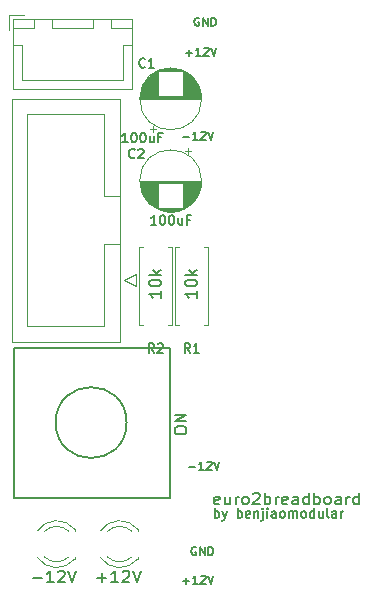
<source format=gbr>
%TF.GenerationSoftware,KiCad,Pcbnew,5.1.9+dfsg1-1~bpo10+1*%
%TF.CreationDate,2022-02-19T16:25:08+08:00*%
%TF.ProjectId,euro2breadboard,6575726f-3262-4726-9561-64626f617264,rev?*%
%TF.SameCoordinates,Original*%
%TF.FileFunction,Legend,Top*%
%TF.FilePolarity,Positive*%
%FSLAX46Y46*%
G04 Gerber Fmt 4.6, Leading zero omitted, Abs format (unit mm)*
G04 Created by KiCad (PCBNEW 5.1.9+dfsg1-1~bpo10+1) date 2022-02-19 16:25:08*
%MOMM*%
%LPD*%
G01*
G04 APERTURE LIST*
%ADD10C,0.150000*%
%ADD11C,0.120000*%
G04 APERTURE END LIST*
D10*
X83272380Y-75803047D02*
X83272380Y-75612571D01*
X83320000Y-75517333D01*
X83415238Y-75422095D01*
X83605714Y-75374476D01*
X83939047Y-75374476D01*
X84129523Y-75422095D01*
X84224761Y-75517333D01*
X84272380Y-75612571D01*
X84272380Y-75803047D01*
X84224761Y-75898285D01*
X84129523Y-75993523D01*
X83939047Y-76041142D01*
X83605714Y-76041142D01*
X83415238Y-75993523D01*
X83320000Y-75898285D01*
X83272380Y-75803047D01*
X84272380Y-74945904D02*
X83272380Y-74945904D01*
X84272380Y-74374476D01*
X83272380Y-74374476D01*
X87046514Y-81938761D02*
X86951276Y-81986380D01*
X86760800Y-81986380D01*
X86665561Y-81938761D01*
X86617942Y-81843523D01*
X86617942Y-81462571D01*
X86665561Y-81367333D01*
X86760800Y-81319714D01*
X86951276Y-81319714D01*
X87046514Y-81367333D01*
X87094133Y-81462571D01*
X87094133Y-81557809D01*
X86617942Y-81653047D01*
X87951276Y-81319714D02*
X87951276Y-81986380D01*
X87522704Y-81319714D02*
X87522704Y-81843523D01*
X87570323Y-81938761D01*
X87665561Y-81986380D01*
X87808419Y-81986380D01*
X87903657Y-81938761D01*
X87951276Y-81891142D01*
X88427466Y-81986380D02*
X88427466Y-81319714D01*
X88427466Y-81510190D02*
X88475085Y-81414952D01*
X88522704Y-81367333D01*
X88617942Y-81319714D01*
X88713180Y-81319714D01*
X89189371Y-81986380D02*
X89094133Y-81938761D01*
X89046514Y-81891142D01*
X88998895Y-81795904D01*
X88998895Y-81510190D01*
X89046514Y-81414952D01*
X89094133Y-81367333D01*
X89189371Y-81319714D01*
X89332228Y-81319714D01*
X89427466Y-81367333D01*
X89475085Y-81414952D01*
X89522704Y-81510190D01*
X89522704Y-81795904D01*
X89475085Y-81891142D01*
X89427466Y-81938761D01*
X89332228Y-81986380D01*
X89189371Y-81986380D01*
X89903657Y-81081619D02*
X89951276Y-81034000D01*
X90046514Y-80986380D01*
X90284609Y-80986380D01*
X90379847Y-81034000D01*
X90427466Y-81081619D01*
X90475085Y-81176857D01*
X90475085Y-81272095D01*
X90427466Y-81414952D01*
X89856038Y-81986380D01*
X90475085Y-81986380D01*
X90903657Y-81986380D02*
X90903657Y-80986380D01*
X90903657Y-81367333D02*
X90998895Y-81319714D01*
X91189371Y-81319714D01*
X91284609Y-81367333D01*
X91332228Y-81414952D01*
X91379847Y-81510190D01*
X91379847Y-81795904D01*
X91332228Y-81891142D01*
X91284609Y-81938761D01*
X91189371Y-81986380D01*
X90998895Y-81986380D01*
X90903657Y-81938761D01*
X91808419Y-81986380D02*
X91808419Y-81319714D01*
X91808419Y-81510190D02*
X91856038Y-81414952D01*
X91903657Y-81367333D01*
X91998895Y-81319714D01*
X92094133Y-81319714D01*
X92808419Y-81938761D02*
X92713180Y-81986380D01*
X92522704Y-81986380D01*
X92427466Y-81938761D01*
X92379847Y-81843523D01*
X92379847Y-81462571D01*
X92427466Y-81367333D01*
X92522704Y-81319714D01*
X92713180Y-81319714D01*
X92808419Y-81367333D01*
X92856038Y-81462571D01*
X92856038Y-81557809D01*
X92379847Y-81653047D01*
X93713180Y-81986380D02*
X93713180Y-81462571D01*
X93665561Y-81367333D01*
X93570323Y-81319714D01*
X93379847Y-81319714D01*
X93284609Y-81367333D01*
X93713180Y-81938761D02*
X93617942Y-81986380D01*
X93379847Y-81986380D01*
X93284609Y-81938761D01*
X93236990Y-81843523D01*
X93236990Y-81748285D01*
X93284609Y-81653047D01*
X93379847Y-81605428D01*
X93617942Y-81605428D01*
X93713180Y-81557809D01*
X94617942Y-81986380D02*
X94617942Y-80986380D01*
X94617942Y-81938761D02*
X94522704Y-81986380D01*
X94332228Y-81986380D01*
X94236990Y-81938761D01*
X94189371Y-81891142D01*
X94141752Y-81795904D01*
X94141752Y-81510190D01*
X94189371Y-81414952D01*
X94236990Y-81367333D01*
X94332228Y-81319714D01*
X94522704Y-81319714D01*
X94617942Y-81367333D01*
X95094133Y-81986380D02*
X95094133Y-80986380D01*
X95094133Y-81367333D02*
X95189371Y-81319714D01*
X95379847Y-81319714D01*
X95475085Y-81367333D01*
X95522704Y-81414952D01*
X95570323Y-81510190D01*
X95570323Y-81795904D01*
X95522704Y-81891142D01*
X95475085Y-81938761D01*
X95379847Y-81986380D01*
X95189371Y-81986380D01*
X95094133Y-81938761D01*
X96141752Y-81986380D02*
X96046514Y-81938761D01*
X95998895Y-81891142D01*
X95951276Y-81795904D01*
X95951276Y-81510190D01*
X95998895Y-81414952D01*
X96046514Y-81367333D01*
X96141752Y-81319714D01*
X96284609Y-81319714D01*
X96379847Y-81367333D01*
X96427466Y-81414952D01*
X96475085Y-81510190D01*
X96475085Y-81795904D01*
X96427466Y-81891142D01*
X96379847Y-81938761D01*
X96284609Y-81986380D01*
X96141752Y-81986380D01*
X97332228Y-81986380D02*
X97332228Y-81462571D01*
X97284609Y-81367333D01*
X97189371Y-81319714D01*
X96998895Y-81319714D01*
X96903657Y-81367333D01*
X97332228Y-81938761D02*
X97236990Y-81986380D01*
X96998895Y-81986380D01*
X96903657Y-81938761D01*
X96856038Y-81843523D01*
X96856038Y-81748285D01*
X96903657Y-81653047D01*
X96998895Y-81605428D01*
X97236990Y-81605428D01*
X97332228Y-81557809D01*
X97808419Y-81986380D02*
X97808419Y-81319714D01*
X97808419Y-81510190D02*
X97856038Y-81414952D01*
X97903657Y-81367333D01*
X97998895Y-81319714D01*
X98094133Y-81319714D01*
X98856038Y-81986380D02*
X98856038Y-80986380D01*
X98856038Y-81938761D02*
X98760800Y-81986380D01*
X98570323Y-81986380D01*
X98475085Y-81938761D01*
X98427466Y-81891142D01*
X98379847Y-81795904D01*
X98379847Y-81510190D01*
X98427466Y-81414952D01*
X98475085Y-81367333D01*
X98570323Y-81319714D01*
X98760800Y-81319714D01*
X98856038Y-81367333D01*
X86659123Y-83115104D02*
X86659123Y-82315104D01*
X86659123Y-82619866D02*
X86735314Y-82581771D01*
X86887695Y-82581771D01*
X86963885Y-82619866D01*
X87001980Y-82657961D01*
X87040076Y-82734152D01*
X87040076Y-82962723D01*
X87001980Y-83038914D01*
X86963885Y-83077009D01*
X86887695Y-83115104D01*
X86735314Y-83115104D01*
X86659123Y-83077009D01*
X87306742Y-82581771D02*
X87497219Y-83115104D01*
X87687695Y-82581771D02*
X87497219Y-83115104D01*
X87421028Y-83305580D01*
X87382933Y-83343676D01*
X87306742Y-83381771D01*
X88601980Y-83115104D02*
X88601980Y-82315104D01*
X88601980Y-82619866D02*
X88678171Y-82581771D01*
X88830552Y-82581771D01*
X88906742Y-82619866D01*
X88944838Y-82657961D01*
X88982933Y-82734152D01*
X88982933Y-82962723D01*
X88944838Y-83038914D01*
X88906742Y-83077009D01*
X88830552Y-83115104D01*
X88678171Y-83115104D01*
X88601980Y-83077009D01*
X89630552Y-83077009D02*
X89554361Y-83115104D01*
X89401980Y-83115104D01*
X89325790Y-83077009D01*
X89287695Y-83000819D01*
X89287695Y-82696057D01*
X89325790Y-82619866D01*
X89401980Y-82581771D01*
X89554361Y-82581771D01*
X89630552Y-82619866D01*
X89668647Y-82696057D01*
X89668647Y-82772247D01*
X89287695Y-82848438D01*
X90011504Y-82581771D02*
X90011504Y-83115104D01*
X90011504Y-82657961D02*
X90049599Y-82619866D01*
X90125790Y-82581771D01*
X90240076Y-82581771D01*
X90316266Y-82619866D01*
X90354361Y-82696057D01*
X90354361Y-83115104D01*
X90735314Y-82581771D02*
X90735314Y-83267485D01*
X90697219Y-83343676D01*
X90621028Y-83381771D01*
X90582933Y-83381771D01*
X90735314Y-82315104D02*
X90697219Y-82353200D01*
X90735314Y-82391295D01*
X90773409Y-82353200D01*
X90735314Y-82315104D01*
X90735314Y-82391295D01*
X91116266Y-83115104D02*
X91116266Y-82581771D01*
X91116266Y-82315104D02*
X91078171Y-82353200D01*
X91116266Y-82391295D01*
X91154361Y-82353200D01*
X91116266Y-82315104D01*
X91116266Y-82391295D01*
X91840076Y-83115104D02*
X91840076Y-82696057D01*
X91801980Y-82619866D01*
X91725790Y-82581771D01*
X91573409Y-82581771D01*
X91497219Y-82619866D01*
X91840076Y-83077009D02*
X91763885Y-83115104D01*
X91573409Y-83115104D01*
X91497219Y-83077009D01*
X91459123Y-83000819D01*
X91459123Y-82924628D01*
X91497219Y-82848438D01*
X91573409Y-82810342D01*
X91763885Y-82810342D01*
X91840076Y-82772247D01*
X92335314Y-83115104D02*
X92259123Y-83077009D01*
X92221028Y-83038914D01*
X92182933Y-82962723D01*
X92182933Y-82734152D01*
X92221028Y-82657961D01*
X92259123Y-82619866D01*
X92335314Y-82581771D01*
X92449599Y-82581771D01*
X92525790Y-82619866D01*
X92563885Y-82657961D01*
X92601980Y-82734152D01*
X92601980Y-82962723D01*
X92563885Y-83038914D01*
X92525790Y-83077009D01*
X92449599Y-83115104D01*
X92335314Y-83115104D01*
X92944838Y-83115104D02*
X92944838Y-82581771D01*
X92944838Y-82657961D02*
X92982933Y-82619866D01*
X93059123Y-82581771D01*
X93173409Y-82581771D01*
X93249599Y-82619866D01*
X93287695Y-82696057D01*
X93287695Y-83115104D01*
X93287695Y-82696057D02*
X93325790Y-82619866D01*
X93401980Y-82581771D01*
X93516266Y-82581771D01*
X93592457Y-82619866D01*
X93630552Y-82696057D01*
X93630552Y-83115104D01*
X94125790Y-83115104D02*
X94049599Y-83077009D01*
X94011504Y-83038914D01*
X93973409Y-82962723D01*
X93973409Y-82734152D01*
X94011504Y-82657961D01*
X94049599Y-82619866D01*
X94125790Y-82581771D01*
X94240076Y-82581771D01*
X94316266Y-82619866D01*
X94354361Y-82657961D01*
X94392457Y-82734152D01*
X94392457Y-82962723D01*
X94354361Y-83038914D01*
X94316266Y-83077009D01*
X94240076Y-83115104D01*
X94125790Y-83115104D01*
X95078171Y-83115104D02*
X95078171Y-82315104D01*
X95078171Y-83077009D02*
X95001980Y-83115104D01*
X94849599Y-83115104D01*
X94773409Y-83077009D01*
X94735314Y-83038914D01*
X94697219Y-82962723D01*
X94697219Y-82734152D01*
X94735314Y-82657961D01*
X94773409Y-82619866D01*
X94849599Y-82581771D01*
X95001980Y-82581771D01*
X95078171Y-82619866D01*
X95801980Y-82581771D02*
X95801980Y-83115104D01*
X95459123Y-82581771D02*
X95459123Y-83000819D01*
X95497219Y-83077009D01*
X95573409Y-83115104D01*
X95687695Y-83115104D01*
X95763885Y-83077009D01*
X95801980Y-83038914D01*
X96297219Y-83115104D02*
X96221028Y-83077009D01*
X96182933Y-83000819D01*
X96182933Y-82315104D01*
X96944838Y-83115104D02*
X96944838Y-82696057D01*
X96906742Y-82619866D01*
X96830552Y-82581771D01*
X96678171Y-82581771D01*
X96601980Y-82619866D01*
X96944838Y-83077009D02*
X96868647Y-83115104D01*
X96678171Y-83115104D01*
X96601980Y-83077009D01*
X96563885Y-83000819D01*
X96563885Y-82924628D01*
X96601980Y-82848438D01*
X96678171Y-82810342D01*
X96868647Y-82810342D01*
X96944838Y-82772247D01*
X97325790Y-83115104D02*
X97325790Y-82581771D01*
X97325790Y-82734152D02*
X97363885Y-82657961D01*
X97401980Y-82619866D01*
X97478171Y-82581771D01*
X97554361Y-82581771D01*
X83983666Y-50850000D02*
X84517000Y-50850000D01*
X85217000Y-51116666D02*
X84817000Y-51116666D01*
X85017000Y-51116666D02*
X85017000Y-50416666D01*
X84950333Y-50516666D01*
X84883666Y-50583333D01*
X84817000Y-50616666D01*
X85483666Y-50483333D02*
X85517000Y-50450000D01*
X85583666Y-50416666D01*
X85750333Y-50416666D01*
X85817000Y-50450000D01*
X85850333Y-50483333D01*
X85883666Y-50550000D01*
X85883666Y-50616666D01*
X85850333Y-50716666D01*
X85450333Y-51116666D01*
X85883666Y-51116666D01*
X86083666Y-50416666D02*
X86317000Y-51116666D01*
X86550333Y-50416666D01*
X84491666Y-78790000D02*
X85025000Y-78790000D01*
X85725000Y-79056666D02*
X85325000Y-79056666D01*
X85525000Y-79056666D02*
X85525000Y-78356666D01*
X85458333Y-78456666D01*
X85391666Y-78523333D01*
X85325000Y-78556666D01*
X85991666Y-78423333D02*
X86025000Y-78390000D01*
X86091666Y-78356666D01*
X86258333Y-78356666D01*
X86325000Y-78390000D01*
X86358333Y-78423333D01*
X86391666Y-78490000D01*
X86391666Y-78556666D01*
X86358333Y-78656666D01*
X85958333Y-79056666D01*
X86391666Y-79056666D01*
X86591666Y-78356666D02*
X86825000Y-79056666D01*
X87058333Y-78356666D01*
X85064666Y-85629000D02*
X84998000Y-85595666D01*
X84898000Y-85595666D01*
X84798000Y-85629000D01*
X84731333Y-85695666D01*
X84698000Y-85762333D01*
X84664666Y-85895666D01*
X84664666Y-85995666D01*
X84698000Y-86129000D01*
X84731333Y-86195666D01*
X84798000Y-86262333D01*
X84898000Y-86295666D01*
X84964666Y-86295666D01*
X85064666Y-86262333D01*
X85098000Y-86229000D01*
X85098000Y-85995666D01*
X84964666Y-85995666D01*
X85398000Y-86295666D02*
X85398000Y-85595666D01*
X85798000Y-86295666D01*
X85798000Y-85595666D01*
X86131333Y-86295666D02*
X86131333Y-85595666D01*
X86298000Y-85595666D01*
X86398000Y-85629000D01*
X86464666Y-85695666D01*
X86498000Y-85762333D01*
X86531333Y-85895666D01*
X86531333Y-85995666D01*
X86498000Y-86129000D01*
X86464666Y-86195666D01*
X86398000Y-86262333D01*
X86298000Y-86295666D01*
X86131333Y-86295666D01*
X83983666Y-88442000D02*
X84517000Y-88442000D01*
X84250333Y-88708666D02*
X84250333Y-88175333D01*
X85217000Y-88708666D02*
X84817000Y-88708666D01*
X85017000Y-88708666D02*
X85017000Y-88008666D01*
X84950333Y-88108666D01*
X84883666Y-88175333D01*
X84817000Y-88208666D01*
X85483666Y-88075333D02*
X85517000Y-88042000D01*
X85583666Y-88008666D01*
X85750333Y-88008666D01*
X85817000Y-88042000D01*
X85850333Y-88075333D01*
X85883666Y-88142000D01*
X85883666Y-88208666D01*
X85850333Y-88308666D01*
X85450333Y-88708666D01*
X85883666Y-88708666D01*
X86083666Y-88008666D02*
X86317000Y-88708666D01*
X86550333Y-88008666D01*
X84237666Y-43738000D02*
X84771000Y-43738000D01*
X84504333Y-44004666D02*
X84504333Y-43471333D01*
X85471000Y-44004666D02*
X85071000Y-44004666D01*
X85271000Y-44004666D02*
X85271000Y-43304666D01*
X85204333Y-43404666D01*
X85137666Y-43471333D01*
X85071000Y-43504666D01*
X85737666Y-43371333D02*
X85771000Y-43338000D01*
X85837666Y-43304666D01*
X86004333Y-43304666D01*
X86071000Y-43338000D01*
X86104333Y-43371333D01*
X86137666Y-43438000D01*
X86137666Y-43504666D01*
X86104333Y-43604666D01*
X85704333Y-44004666D01*
X86137666Y-44004666D01*
X86337666Y-43304666D02*
X86571000Y-44004666D01*
X86804333Y-43304666D01*
X85318666Y-40798000D02*
X85252000Y-40764666D01*
X85152000Y-40764666D01*
X85052000Y-40798000D01*
X84985333Y-40864666D01*
X84952000Y-40931333D01*
X84918666Y-41064666D01*
X84918666Y-41164666D01*
X84952000Y-41298000D01*
X84985333Y-41364666D01*
X85052000Y-41431333D01*
X85152000Y-41464666D01*
X85218666Y-41464666D01*
X85318666Y-41431333D01*
X85352000Y-41398000D01*
X85352000Y-41164666D01*
X85218666Y-41164666D01*
X85652000Y-41464666D02*
X85652000Y-40764666D01*
X86052000Y-41464666D01*
X86052000Y-40764666D01*
X86385333Y-41464666D02*
X86385333Y-40764666D01*
X86552000Y-40764666D01*
X86652000Y-40798000D01*
X86718666Y-40864666D01*
X86752000Y-40931333D01*
X86785333Y-41064666D01*
X86785333Y-41164666D01*
X86752000Y-41298000D01*
X86718666Y-41364666D01*
X86652000Y-41431333D01*
X86552000Y-41464666D01*
X86385333Y-41464666D01*
D11*
%TO.C,C1*%
X81206000Y-50199775D02*
X81706000Y-50199775D01*
X81456000Y-50449775D02*
X81456000Y-49949775D01*
X82647000Y-45044000D02*
X83215000Y-45044000D01*
X82413000Y-45084000D02*
X83449000Y-45084000D01*
X82254000Y-45124000D02*
X83608000Y-45124000D01*
X82126000Y-45164000D02*
X83736000Y-45164000D01*
X82016000Y-45204000D02*
X83846000Y-45204000D01*
X81920000Y-45244000D02*
X83942000Y-45244000D01*
X81833000Y-45284000D02*
X84029000Y-45284000D01*
X81753000Y-45324000D02*
X84109000Y-45324000D01*
X83971000Y-45364000D02*
X84182000Y-45364000D01*
X81680000Y-45364000D02*
X81891000Y-45364000D01*
X83971000Y-45404000D02*
X84250000Y-45404000D01*
X81612000Y-45404000D02*
X81891000Y-45404000D01*
X83971000Y-45444000D02*
X84314000Y-45444000D01*
X81548000Y-45444000D02*
X81891000Y-45444000D01*
X83971000Y-45484000D02*
X84374000Y-45484000D01*
X81488000Y-45484000D02*
X81891000Y-45484000D01*
X83971000Y-45524000D02*
X84431000Y-45524000D01*
X81431000Y-45524000D02*
X81891000Y-45524000D01*
X83971000Y-45564000D02*
X84485000Y-45564000D01*
X81377000Y-45564000D02*
X81891000Y-45564000D01*
X83971000Y-45604000D02*
X84536000Y-45604000D01*
X81326000Y-45604000D02*
X81891000Y-45604000D01*
X83971000Y-45644000D02*
X84584000Y-45644000D01*
X81278000Y-45644000D02*
X81891000Y-45644000D01*
X83971000Y-45684000D02*
X84630000Y-45684000D01*
X81232000Y-45684000D02*
X81891000Y-45684000D01*
X83971000Y-45724000D02*
X84674000Y-45724000D01*
X81188000Y-45724000D02*
X81891000Y-45724000D01*
X83971000Y-45764000D02*
X84716000Y-45764000D01*
X81146000Y-45764000D02*
X81891000Y-45764000D01*
X83971000Y-45804000D02*
X84757000Y-45804000D01*
X81105000Y-45804000D02*
X81891000Y-45804000D01*
X83971000Y-45844000D02*
X84795000Y-45844000D01*
X81067000Y-45844000D02*
X81891000Y-45844000D01*
X83971000Y-45884000D02*
X84832000Y-45884000D01*
X81030000Y-45884000D02*
X81891000Y-45884000D01*
X83971000Y-45924000D02*
X84868000Y-45924000D01*
X80994000Y-45924000D02*
X81891000Y-45924000D01*
X83971000Y-45964000D02*
X84902000Y-45964000D01*
X80960000Y-45964000D02*
X81891000Y-45964000D01*
X83971000Y-46004000D02*
X84935000Y-46004000D01*
X80927000Y-46004000D02*
X81891000Y-46004000D01*
X83971000Y-46044000D02*
X84966000Y-46044000D01*
X80896000Y-46044000D02*
X81891000Y-46044000D01*
X83971000Y-46084000D02*
X84996000Y-46084000D01*
X80866000Y-46084000D02*
X81891000Y-46084000D01*
X83971000Y-46124000D02*
X85026000Y-46124000D01*
X80836000Y-46124000D02*
X81891000Y-46124000D01*
X83971000Y-46164000D02*
X85053000Y-46164000D01*
X80809000Y-46164000D02*
X81891000Y-46164000D01*
X83971000Y-46204000D02*
X85080000Y-46204000D01*
X80782000Y-46204000D02*
X81891000Y-46204000D01*
X83971000Y-46244000D02*
X85106000Y-46244000D01*
X80756000Y-46244000D02*
X81891000Y-46244000D01*
X83971000Y-46284000D02*
X85131000Y-46284000D01*
X80731000Y-46284000D02*
X81891000Y-46284000D01*
X83971000Y-46324000D02*
X85155000Y-46324000D01*
X80707000Y-46324000D02*
X81891000Y-46324000D01*
X83971000Y-46364000D02*
X85178000Y-46364000D01*
X80684000Y-46364000D02*
X81891000Y-46364000D01*
X83971000Y-46404000D02*
X85199000Y-46404000D01*
X80663000Y-46404000D02*
X81891000Y-46404000D01*
X83971000Y-46444000D02*
X85221000Y-46444000D01*
X80641000Y-46444000D02*
X81891000Y-46444000D01*
X83971000Y-46484000D02*
X85241000Y-46484000D01*
X80621000Y-46484000D02*
X81891000Y-46484000D01*
X83971000Y-46524000D02*
X85260000Y-46524000D01*
X80602000Y-46524000D02*
X81891000Y-46524000D01*
X83971000Y-46564000D02*
X85279000Y-46564000D01*
X80583000Y-46564000D02*
X81891000Y-46564000D01*
X83971000Y-46604000D02*
X85296000Y-46604000D01*
X80566000Y-46604000D02*
X81891000Y-46604000D01*
X83971000Y-46644000D02*
X85313000Y-46644000D01*
X80549000Y-46644000D02*
X81891000Y-46644000D01*
X83971000Y-46684000D02*
X85329000Y-46684000D01*
X80533000Y-46684000D02*
X81891000Y-46684000D01*
X83971000Y-46724000D02*
X85345000Y-46724000D01*
X80517000Y-46724000D02*
X81891000Y-46724000D01*
X83971000Y-46764000D02*
X85359000Y-46764000D01*
X80503000Y-46764000D02*
X81891000Y-46764000D01*
X83971000Y-46804000D02*
X85373000Y-46804000D01*
X80489000Y-46804000D02*
X81891000Y-46804000D01*
X83971000Y-46844000D02*
X85386000Y-46844000D01*
X80476000Y-46844000D02*
X81891000Y-46844000D01*
X83971000Y-46884000D02*
X85399000Y-46884000D01*
X80463000Y-46884000D02*
X81891000Y-46884000D01*
X83971000Y-46924000D02*
X85411000Y-46924000D01*
X80451000Y-46924000D02*
X81891000Y-46924000D01*
X83971000Y-46965000D02*
X85422000Y-46965000D01*
X80440000Y-46965000D02*
X81891000Y-46965000D01*
X83971000Y-47005000D02*
X85432000Y-47005000D01*
X80430000Y-47005000D02*
X81891000Y-47005000D01*
X83971000Y-47045000D02*
X85442000Y-47045000D01*
X80420000Y-47045000D02*
X81891000Y-47045000D01*
X83971000Y-47085000D02*
X85451000Y-47085000D01*
X80411000Y-47085000D02*
X81891000Y-47085000D01*
X83971000Y-47125000D02*
X85459000Y-47125000D01*
X80403000Y-47125000D02*
X81891000Y-47125000D01*
X83971000Y-47165000D02*
X85467000Y-47165000D01*
X80395000Y-47165000D02*
X81891000Y-47165000D01*
X83971000Y-47205000D02*
X85474000Y-47205000D01*
X80388000Y-47205000D02*
X81891000Y-47205000D01*
X83971000Y-47245000D02*
X85481000Y-47245000D01*
X80381000Y-47245000D02*
X81891000Y-47245000D01*
X83971000Y-47285000D02*
X85487000Y-47285000D01*
X80375000Y-47285000D02*
X81891000Y-47285000D01*
X83971000Y-47325000D02*
X85492000Y-47325000D01*
X80370000Y-47325000D02*
X81891000Y-47325000D01*
X83971000Y-47365000D02*
X85496000Y-47365000D01*
X80366000Y-47365000D02*
X81891000Y-47365000D01*
X83971000Y-47405000D02*
X85500000Y-47405000D01*
X80362000Y-47405000D02*
X81891000Y-47405000D01*
X80358000Y-47445000D02*
X85504000Y-47445000D01*
X80355000Y-47485000D02*
X85507000Y-47485000D01*
X80353000Y-47525000D02*
X85509000Y-47525000D01*
X80352000Y-47565000D02*
X85510000Y-47565000D01*
X80351000Y-47605000D02*
X85511000Y-47605000D01*
X80351000Y-47645000D02*
X85511000Y-47645000D01*
X85551000Y-47645000D02*
G75*
G03*
X85551000Y-47645000I-2620000J0D01*
G01*
%TO.C,C2*%
X85551000Y-54590000D02*
G75*
G03*
X85551000Y-54590000I-2620000J0D01*
G01*
X85511000Y-54590000D02*
X80351000Y-54590000D01*
X85511000Y-54630000D02*
X80351000Y-54630000D01*
X85510000Y-54670000D02*
X80352000Y-54670000D01*
X85509000Y-54710000D02*
X80353000Y-54710000D01*
X85507000Y-54750000D02*
X80355000Y-54750000D01*
X85504000Y-54790000D02*
X80358000Y-54790000D01*
X85500000Y-54830000D02*
X83971000Y-54830000D01*
X81891000Y-54830000D02*
X80362000Y-54830000D01*
X85496000Y-54870000D02*
X83971000Y-54870000D01*
X81891000Y-54870000D02*
X80366000Y-54870000D01*
X85492000Y-54910000D02*
X83971000Y-54910000D01*
X81891000Y-54910000D02*
X80370000Y-54910000D01*
X85487000Y-54950000D02*
X83971000Y-54950000D01*
X81891000Y-54950000D02*
X80375000Y-54950000D01*
X85481000Y-54990000D02*
X83971000Y-54990000D01*
X81891000Y-54990000D02*
X80381000Y-54990000D01*
X85474000Y-55030000D02*
X83971000Y-55030000D01*
X81891000Y-55030000D02*
X80388000Y-55030000D01*
X85467000Y-55070000D02*
X83971000Y-55070000D01*
X81891000Y-55070000D02*
X80395000Y-55070000D01*
X85459000Y-55110000D02*
X83971000Y-55110000D01*
X81891000Y-55110000D02*
X80403000Y-55110000D01*
X85451000Y-55150000D02*
X83971000Y-55150000D01*
X81891000Y-55150000D02*
X80411000Y-55150000D01*
X85442000Y-55190000D02*
X83971000Y-55190000D01*
X81891000Y-55190000D02*
X80420000Y-55190000D01*
X85432000Y-55230000D02*
X83971000Y-55230000D01*
X81891000Y-55230000D02*
X80430000Y-55230000D01*
X85422000Y-55270000D02*
X83971000Y-55270000D01*
X81891000Y-55270000D02*
X80440000Y-55270000D01*
X85411000Y-55311000D02*
X83971000Y-55311000D01*
X81891000Y-55311000D02*
X80451000Y-55311000D01*
X85399000Y-55351000D02*
X83971000Y-55351000D01*
X81891000Y-55351000D02*
X80463000Y-55351000D01*
X85386000Y-55391000D02*
X83971000Y-55391000D01*
X81891000Y-55391000D02*
X80476000Y-55391000D01*
X85373000Y-55431000D02*
X83971000Y-55431000D01*
X81891000Y-55431000D02*
X80489000Y-55431000D01*
X85359000Y-55471000D02*
X83971000Y-55471000D01*
X81891000Y-55471000D02*
X80503000Y-55471000D01*
X85345000Y-55511000D02*
X83971000Y-55511000D01*
X81891000Y-55511000D02*
X80517000Y-55511000D01*
X85329000Y-55551000D02*
X83971000Y-55551000D01*
X81891000Y-55551000D02*
X80533000Y-55551000D01*
X85313000Y-55591000D02*
X83971000Y-55591000D01*
X81891000Y-55591000D02*
X80549000Y-55591000D01*
X85296000Y-55631000D02*
X83971000Y-55631000D01*
X81891000Y-55631000D02*
X80566000Y-55631000D01*
X85279000Y-55671000D02*
X83971000Y-55671000D01*
X81891000Y-55671000D02*
X80583000Y-55671000D01*
X85260000Y-55711000D02*
X83971000Y-55711000D01*
X81891000Y-55711000D02*
X80602000Y-55711000D01*
X85241000Y-55751000D02*
X83971000Y-55751000D01*
X81891000Y-55751000D02*
X80621000Y-55751000D01*
X85221000Y-55791000D02*
X83971000Y-55791000D01*
X81891000Y-55791000D02*
X80641000Y-55791000D01*
X85199000Y-55831000D02*
X83971000Y-55831000D01*
X81891000Y-55831000D02*
X80663000Y-55831000D01*
X85178000Y-55871000D02*
X83971000Y-55871000D01*
X81891000Y-55871000D02*
X80684000Y-55871000D01*
X85155000Y-55911000D02*
X83971000Y-55911000D01*
X81891000Y-55911000D02*
X80707000Y-55911000D01*
X85131000Y-55951000D02*
X83971000Y-55951000D01*
X81891000Y-55951000D02*
X80731000Y-55951000D01*
X85106000Y-55991000D02*
X83971000Y-55991000D01*
X81891000Y-55991000D02*
X80756000Y-55991000D01*
X85080000Y-56031000D02*
X83971000Y-56031000D01*
X81891000Y-56031000D02*
X80782000Y-56031000D01*
X85053000Y-56071000D02*
X83971000Y-56071000D01*
X81891000Y-56071000D02*
X80809000Y-56071000D01*
X85026000Y-56111000D02*
X83971000Y-56111000D01*
X81891000Y-56111000D02*
X80836000Y-56111000D01*
X84996000Y-56151000D02*
X83971000Y-56151000D01*
X81891000Y-56151000D02*
X80866000Y-56151000D01*
X84966000Y-56191000D02*
X83971000Y-56191000D01*
X81891000Y-56191000D02*
X80896000Y-56191000D01*
X84935000Y-56231000D02*
X83971000Y-56231000D01*
X81891000Y-56231000D02*
X80927000Y-56231000D01*
X84902000Y-56271000D02*
X83971000Y-56271000D01*
X81891000Y-56271000D02*
X80960000Y-56271000D01*
X84868000Y-56311000D02*
X83971000Y-56311000D01*
X81891000Y-56311000D02*
X80994000Y-56311000D01*
X84832000Y-56351000D02*
X83971000Y-56351000D01*
X81891000Y-56351000D02*
X81030000Y-56351000D01*
X84795000Y-56391000D02*
X83971000Y-56391000D01*
X81891000Y-56391000D02*
X81067000Y-56391000D01*
X84757000Y-56431000D02*
X83971000Y-56431000D01*
X81891000Y-56431000D02*
X81105000Y-56431000D01*
X84716000Y-56471000D02*
X83971000Y-56471000D01*
X81891000Y-56471000D02*
X81146000Y-56471000D01*
X84674000Y-56511000D02*
X83971000Y-56511000D01*
X81891000Y-56511000D02*
X81188000Y-56511000D01*
X84630000Y-56551000D02*
X83971000Y-56551000D01*
X81891000Y-56551000D02*
X81232000Y-56551000D01*
X84584000Y-56591000D02*
X83971000Y-56591000D01*
X81891000Y-56591000D02*
X81278000Y-56591000D01*
X84536000Y-56631000D02*
X83971000Y-56631000D01*
X81891000Y-56631000D02*
X81326000Y-56631000D01*
X84485000Y-56671000D02*
X83971000Y-56671000D01*
X81891000Y-56671000D02*
X81377000Y-56671000D01*
X84431000Y-56711000D02*
X83971000Y-56711000D01*
X81891000Y-56711000D02*
X81431000Y-56711000D01*
X84374000Y-56751000D02*
X83971000Y-56751000D01*
X81891000Y-56751000D02*
X81488000Y-56751000D01*
X84314000Y-56791000D02*
X83971000Y-56791000D01*
X81891000Y-56791000D02*
X81548000Y-56791000D01*
X84250000Y-56831000D02*
X83971000Y-56831000D01*
X81891000Y-56831000D02*
X81612000Y-56831000D01*
X84182000Y-56871000D02*
X83971000Y-56871000D01*
X81891000Y-56871000D02*
X81680000Y-56871000D01*
X84109000Y-56911000D02*
X81753000Y-56911000D01*
X84029000Y-56951000D02*
X81833000Y-56951000D01*
X83942000Y-56991000D02*
X81920000Y-56991000D01*
X83846000Y-57031000D02*
X82016000Y-57031000D01*
X83736000Y-57071000D02*
X82126000Y-57071000D01*
X83608000Y-57111000D02*
X82254000Y-57111000D01*
X83449000Y-57151000D02*
X82413000Y-57151000D01*
X83215000Y-57191000D02*
X82647000Y-57191000D01*
X84406000Y-51785225D02*
X84406000Y-52285225D01*
X84656000Y-52035225D02*
X84156000Y-52035225D01*
%TO.C,J2*%
X78601000Y-68202000D02*
X69481000Y-68202000D01*
X69481000Y-68202000D02*
X69481000Y-47622000D01*
X69481000Y-47622000D02*
X78601000Y-47622000D01*
X78601000Y-47622000D02*
X78601000Y-68202000D01*
X78601000Y-59962000D02*
X77291000Y-59962000D01*
X77291000Y-59962000D02*
X77291000Y-66902000D01*
X77291000Y-66902000D02*
X70791000Y-66902000D01*
X70791000Y-66902000D02*
X70791000Y-48922000D01*
X70791000Y-48922000D02*
X77291000Y-48922000D01*
X77291000Y-48922000D02*
X77291000Y-55862000D01*
X77291000Y-55862000D02*
X77291000Y-55862000D01*
X77291000Y-55862000D02*
X78601000Y-55862000D01*
X78991000Y-62992000D02*
X79991000Y-63492000D01*
X79991000Y-63492000D02*
X79991000Y-62492000D01*
X79991000Y-62492000D02*
X78991000Y-62992000D01*
%TO.C,J1*%
X69576000Y-40847000D02*
X69576000Y-46817000D01*
X69576000Y-46817000D02*
X79696000Y-46817000D01*
X79696000Y-46817000D02*
X79696000Y-40847000D01*
X79696000Y-40847000D02*
X69576000Y-40847000D01*
X72886000Y-40857000D02*
X72886000Y-41607000D01*
X72886000Y-41607000D02*
X76386000Y-41607000D01*
X76386000Y-41607000D02*
X76386000Y-40857000D01*
X76386000Y-40857000D02*
X72886000Y-40857000D01*
X69586000Y-40857000D02*
X69586000Y-41607000D01*
X69586000Y-41607000D02*
X71386000Y-41607000D01*
X71386000Y-41607000D02*
X71386000Y-40857000D01*
X71386000Y-40857000D02*
X69586000Y-40857000D01*
X77886000Y-40857000D02*
X77886000Y-41607000D01*
X77886000Y-41607000D02*
X79686000Y-41607000D01*
X79686000Y-41607000D02*
X79686000Y-40857000D01*
X79686000Y-40857000D02*
X77886000Y-40857000D01*
X69586000Y-43107000D02*
X70336000Y-43107000D01*
X70336000Y-43107000D02*
X70336000Y-46057000D01*
X70336000Y-46057000D02*
X74636000Y-46057000D01*
X79686000Y-43107000D02*
X78936000Y-43107000D01*
X78936000Y-43107000D02*
X78936000Y-46057000D01*
X78936000Y-46057000D02*
X74636000Y-46057000D01*
X70536000Y-40557000D02*
X69286000Y-40557000D01*
X69286000Y-40557000D02*
X69286000Y-41807000D01*
%TO.C,-12V*%
X74839000Y-84264000D02*
X74839000Y-84108000D01*
X74839000Y-86580000D02*
X74839000Y-86424000D01*
X72237870Y-84264163D02*
G75*
G02*
X74319961Y-84264000I1041130J-1079837D01*
G01*
X72237870Y-86423837D02*
G75*
G03*
X74319961Y-86424000I1041130J1079837D01*
G01*
X71606665Y-84265392D02*
G75*
G02*
X74839000Y-84108484I1672335J-1078608D01*
G01*
X71606665Y-86422608D02*
G75*
G03*
X74839000Y-86579516I1672335J1078608D01*
G01*
%TO.C,+12V*%
X80173000Y-86580000D02*
X80173000Y-86424000D01*
X80173000Y-84264000D02*
X80173000Y-84108000D01*
X76940665Y-86422608D02*
G75*
G03*
X80173000Y-86579516I1672335J1078608D01*
G01*
X76940665Y-84265392D02*
G75*
G02*
X80173000Y-84108484I1672335J-1078608D01*
G01*
X77571870Y-86423837D02*
G75*
G03*
X79653961Y-86424000I1041130J1079837D01*
G01*
X77571870Y-84264163D02*
G75*
G02*
X79653961Y-84264000I1041130J-1079837D01*
G01*
%TO.C,R1*%
X83339000Y-60230000D02*
X83669000Y-60230000D01*
X85749000Y-66770000D02*
X86079000Y-66770000D01*
X86079000Y-60230000D02*
X85749000Y-60230000D01*
X86079000Y-66770000D02*
X86079000Y-60230000D01*
X83669000Y-66770000D02*
X83339000Y-66770000D01*
X83339000Y-66770000D02*
X83339000Y-60230000D01*
%TO.C,R2*%
X80291000Y-66770000D02*
X80291000Y-60230000D01*
X80621000Y-66770000D02*
X80291000Y-66770000D01*
X83031000Y-66770000D02*
X83031000Y-60230000D01*
X83031000Y-60230000D02*
X82701000Y-60230000D01*
X82701000Y-66770000D02*
X83031000Y-66770000D01*
X80291000Y-60230000D02*
X80621000Y-60230000D01*
D10*
%TO.C,SW1*%
X69700000Y-81457000D02*
X69700000Y-68757000D01*
X69700000Y-68757000D02*
X82900000Y-68757000D01*
X82900000Y-81457000D02*
X69700000Y-81457000D01*
X82900000Y-68757000D02*
X82900000Y-81457000D01*
X79200417Y-75056584D02*
G75*
G03*
X79200417Y-75056584I-3000417J0D01*
G01*
%TO.C,C1*%
X80765666Y-44926214D02*
X80727571Y-44964309D01*
X80613285Y-45002404D01*
X80537095Y-45002404D01*
X80422809Y-44964309D01*
X80346619Y-44888119D01*
X80308523Y-44811928D01*
X80270428Y-44659547D01*
X80270428Y-44545261D01*
X80308523Y-44392880D01*
X80346619Y-44316690D01*
X80422809Y-44240500D01*
X80537095Y-44202404D01*
X80613285Y-44202404D01*
X80727571Y-44240500D01*
X80765666Y-44278595D01*
X81527571Y-45002404D02*
X81070428Y-45002404D01*
X81299000Y-45002404D02*
X81299000Y-44202404D01*
X81222809Y-44316690D01*
X81146619Y-44392880D01*
X81070428Y-44430976D01*
X79279904Y-51327004D02*
X78822761Y-51327004D01*
X79051333Y-51327004D02*
X79051333Y-50527004D01*
X78975142Y-50641290D01*
X78898952Y-50717480D01*
X78822761Y-50755576D01*
X79775142Y-50527004D02*
X79851333Y-50527004D01*
X79927523Y-50565100D01*
X79965619Y-50603195D01*
X80003714Y-50679385D01*
X80041809Y-50831766D01*
X80041809Y-51022242D01*
X80003714Y-51174623D01*
X79965619Y-51250814D01*
X79927523Y-51288909D01*
X79851333Y-51327004D01*
X79775142Y-51327004D01*
X79698952Y-51288909D01*
X79660857Y-51250814D01*
X79622761Y-51174623D01*
X79584666Y-51022242D01*
X79584666Y-50831766D01*
X79622761Y-50679385D01*
X79660857Y-50603195D01*
X79698952Y-50565100D01*
X79775142Y-50527004D01*
X80537047Y-50527004D02*
X80613238Y-50527004D01*
X80689428Y-50565100D01*
X80727523Y-50603195D01*
X80765619Y-50679385D01*
X80803714Y-50831766D01*
X80803714Y-51022242D01*
X80765619Y-51174623D01*
X80727523Y-51250814D01*
X80689428Y-51288909D01*
X80613238Y-51327004D01*
X80537047Y-51327004D01*
X80460857Y-51288909D01*
X80422761Y-51250814D01*
X80384666Y-51174623D01*
X80346571Y-51022242D01*
X80346571Y-50831766D01*
X80384666Y-50679385D01*
X80422761Y-50603195D01*
X80460857Y-50565100D01*
X80537047Y-50527004D01*
X81489428Y-50793671D02*
X81489428Y-51327004D01*
X81146571Y-50793671D02*
X81146571Y-51212719D01*
X81184666Y-51288909D01*
X81260857Y-51327004D01*
X81375142Y-51327004D01*
X81451333Y-51288909D01*
X81489428Y-51250814D01*
X82137047Y-50907957D02*
X81870380Y-50907957D01*
X81870380Y-51327004D02*
X81870380Y-50527004D01*
X82251333Y-50527004D01*
%TO.C,C2*%
X79876666Y-52609714D02*
X79838571Y-52647809D01*
X79724285Y-52685904D01*
X79648095Y-52685904D01*
X79533809Y-52647809D01*
X79457619Y-52571619D01*
X79419523Y-52495428D01*
X79381428Y-52343047D01*
X79381428Y-52228761D01*
X79419523Y-52076380D01*
X79457619Y-52000190D01*
X79533809Y-51924000D01*
X79648095Y-51885904D01*
X79724285Y-51885904D01*
X79838571Y-51924000D01*
X79876666Y-51962095D01*
X80181428Y-51962095D02*
X80219523Y-51924000D01*
X80295714Y-51885904D01*
X80486190Y-51885904D01*
X80562380Y-51924000D01*
X80600476Y-51962095D01*
X80638571Y-52038285D01*
X80638571Y-52114476D01*
X80600476Y-52228761D01*
X80143333Y-52685904D01*
X80638571Y-52685904D01*
X81718304Y-58299304D02*
X81261161Y-58299304D01*
X81489733Y-58299304D02*
X81489733Y-57499304D01*
X81413542Y-57613590D01*
X81337352Y-57689780D01*
X81261161Y-57727876D01*
X82213542Y-57499304D02*
X82289733Y-57499304D01*
X82365923Y-57537400D01*
X82404019Y-57575495D01*
X82442114Y-57651685D01*
X82480209Y-57804066D01*
X82480209Y-57994542D01*
X82442114Y-58146923D01*
X82404019Y-58223114D01*
X82365923Y-58261209D01*
X82289733Y-58299304D01*
X82213542Y-58299304D01*
X82137352Y-58261209D01*
X82099257Y-58223114D01*
X82061161Y-58146923D01*
X82023066Y-57994542D01*
X82023066Y-57804066D01*
X82061161Y-57651685D01*
X82099257Y-57575495D01*
X82137352Y-57537400D01*
X82213542Y-57499304D01*
X82975447Y-57499304D02*
X83051638Y-57499304D01*
X83127828Y-57537400D01*
X83165923Y-57575495D01*
X83204019Y-57651685D01*
X83242114Y-57804066D01*
X83242114Y-57994542D01*
X83204019Y-58146923D01*
X83165923Y-58223114D01*
X83127828Y-58261209D01*
X83051638Y-58299304D01*
X82975447Y-58299304D01*
X82899257Y-58261209D01*
X82861161Y-58223114D01*
X82823066Y-58146923D01*
X82784971Y-57994542D01*
X82784971Y-57804066D01*
X82823066Y-57651685D01*
X82861161Y-57575495D01*
X82899257Y-57537400D01*
X82975447Y-57499304D01*
X83927828Y-57765971D02*
X83927828Y-58299304D01*
X83584971Y-57765971D02*
X83584971Y-58185019D01*
X83623066Y-58261209D01*
X83699257Y-58299304D01*
X83813542Y-58299304D01*
X83889733Y-58261209D01*
X83927828Y-58223114D01*
X84575447Y-57880257D02*
X84308780Y-57880257D01*
X84308780Y-58299304D02*
X84308780Y-57499304D01*
X84689733Y-57499304D01*
%TO.C,-12V*%
X71263095Y-88209428D02*
X72025000Y-88209428D01*
X73025000Y-88590380D02*
X72453571Y-88590380D01*
X72739285Y-88590380D02*
X72739285Y-87590380D01*
X72644047Y-87733238D01*
X72548809Y-87828476D01*
X72453571Y-87876095D01*
X73405952Y-87685619D02*
X73453571Y-87638000D01*
X73548809Y-87590380D01*
X73786904Y-87590380D01*
X73882142Y-87638000D01*
X73929761Y-87685619D01*
X73977380Y-87780857D01*
X73977380Y-87876095D01*
X73929761Y-88018952D01*
X73358333Y-88590380D01*
X73977380Y-88590380D01*
X74263095Y-87590380D02*
X74596428Y-88590380D01*
X74929761Y-87590380D01*
%TO.C,+12V*%
X76724095Y-88209428D02*
X77486000Y-88209428D01*
X77105047Y-88590380D02*
X77105047Y-87828476D01*
X78486000Y-88590380D02*
X77914571Y-88590380D01*
X78200285Y-88590380D02*
X78200285Y-87590380D01*
X78105047Y-87733238D01*
X78009809Y-87828476D01*
X77914571Y-87876095D01*
X78866952Y-87685619D02*
X78914571Y-87638000D01*
X79009809Y-87590380D01*
X79247904Y-87590380D01*
X79343142Y-87638000D01*
X79390761Y-87685619D01*
X79438380Y-87780857D01*
X79438380Y-87876095D01*
X79390761Y-88018952D01*
X78819333Y-88590380D01*
X79438380Y-88590380D01*
X79724095Y-87590380D02*
X80057428Y-88590380D01*
X80390761Y-87590380D01*
%TO.C,R1*%
X84575666Y-69145104D02*
X84309000Y-68764152D01*
X84118523Y-69145104D02*
X84118523Y-68345104D01*
X84423285Y-68345104D01*
X84499476Y-68383200D01*
X84537571Y-68421295D01*
X84575666Y-68497485D01*
X84575666Y-68611771D01*
X84537571Y-68687961D01*
X84499476Y-68726057D01*
X84423285Y-68764152D01*
X84118523Y-68764152D01*
X85337571Y-69145104D02*
X84880428Y-69145104D01*
X85109000Y-69145104D02*
X85109000Y-68345104D01*
X85032809Y-68459390D01*
X84956619Y-68535580D01*
X84880428Y-68573676D01*
X85161380Y-63905238D02*
X85161380Y-64476666D01*
X85161380Y-64190952D02*
X84161380Y-64190952D01*
X84304238Y-64286190D01*
X84399476Y-64381428D01*
X84447095Y-64476666D01*
X84161380Y-63286190D02*
X84161380Y-63190952D01*
X84209000Y-63095714D01*
X84256619Y-63048095D01*
X84351857Y-63000476D01*
X84542333Y-62952857D01*
X84780428Y-62952857D01*
X84970904Y-63000476D01*
X85066142Y-63048095D01*
X85113761Y-63095714D01*
X85161380Y-63190952D01*
X85161380Y-63286190D01*
X85113761Y-63381428D01*
X85066142Y-63429047D01*
X84970904Y-63476666D01*
X84780428Y-63524285D01*
X84542333Y-63524285D01*
X84351857Y-63476666D01*
X84256619Y-63429047D01*
X84209000Y-63381428D01*
X84161380Y-63286190D01*
X85161380Y-62524285D02*
X84161380Y-62524285D01*
X84780428Y-62429047D02*
X85161380Y-62143333D01*
X84494714Y-62143333D02*
X84875666Y-62524285D01*
%TO.C,R2*%
X81527666Y-69145104D02*
X81261000Y-68764152D01*
X81070523Y-69145104D02*
X81070523Y-68345104D01*
X81375285Y-68345104D01*
X81451476Y-68383200D01*
X81489571Y-68421295D01*
X81527666Y-68497485D01*
X81527666Y-68611771D01*
X81489571Y-68687961D01*
X81451476Y-68726057D01*
X81375285Y-68764152D01*
X81070523Y-68764152D01*
X81832428Y-68421295D02*
X81870523Y-68383200D01*
X81946714Y-68345104D01*
X82137190Y-68345104D01*
X82213380Y-68383200D01*
X82251476Y-68421295D01*
X82289571Y-68497485D01*
X82289571Y-68573676D01*
X82251476Y-68687961D01*
X81794333Y-69145104D01*
X82289571Y-69145104D01*
X82113380Y-63905238D02*
X82113380Y-64476666D01*
X82113380Y-64190952D02*
X81113380Y-64190952D01*
X81256238Y-64286190D01*
X81351476Y-64381428D01*
X81399095Y-64476666D01*
X81113380Y-63286190D02*
X81113380Y-63190952D01*
X81161000Y-63095714D01*
X81208619Y-63048095D01*
X81303857Y-63000476D01*
X81494333Y-62952857D01*
X81732428Y-62952857D01*
X81922904Y-63000476D01*
X82018142Y-63048095D01*
X82065761Y-63095714D01*
X82113380Y-63190952D01*
X82113380Y-63286190D01*
X82065761Y-63381428D01*
X82018142Y-63429047D01*
X81922904Y-63476666D01*
X81732428Y-63524285D01*
X81494333Y-63524285D01*
X81303857Y-63476666D01*
X81208619Y-63429047D01*
X81161000Y-63381428D01*
X81113380Y-63286190D01*
X82113380Y-62524285D02*
X81113380Y-62524285D01*
X81732428Y-62429047D02*
X82113380Y-62143333D01*
X81446714Y-62143333D02*
X81827666Y-62524285D01*
%TD*%
M02*

</source>
